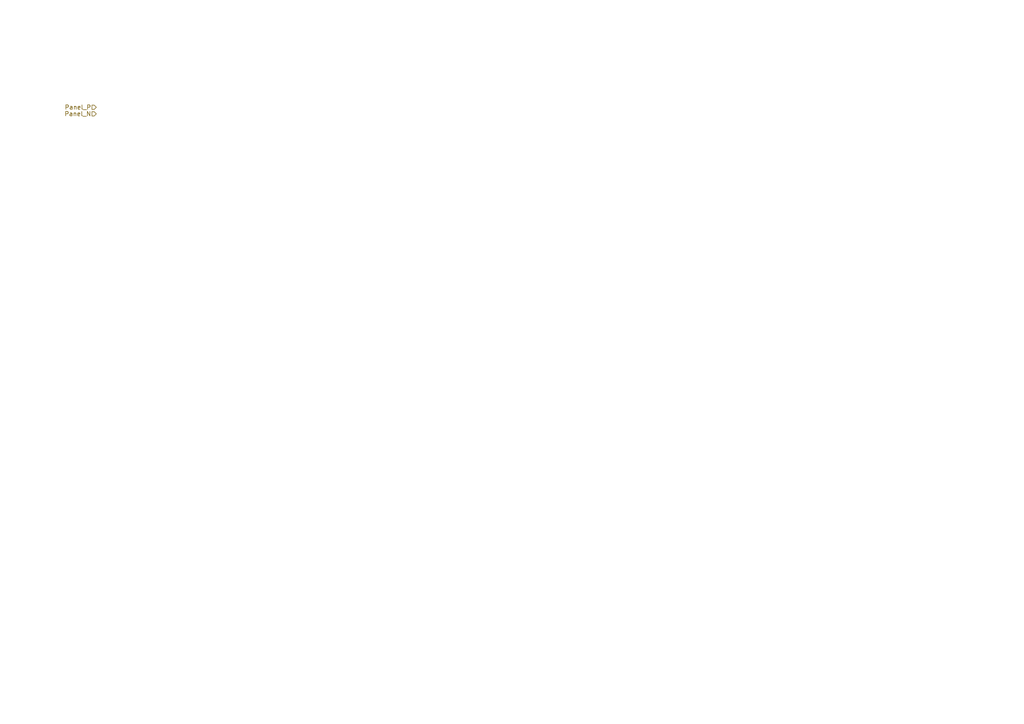
<source format=kicad_sch>
(kicad_sch (version 20211123) (generator eeschema)
  (paper "A4")
  (lib_symbols)
  (hierarchical_label "Panel_N" (shape input) (at 27.94 33.02 180))
  (hierarchical_label "Panel_P" (shape input) (at 27.94 31.115 180))
)
</source>
